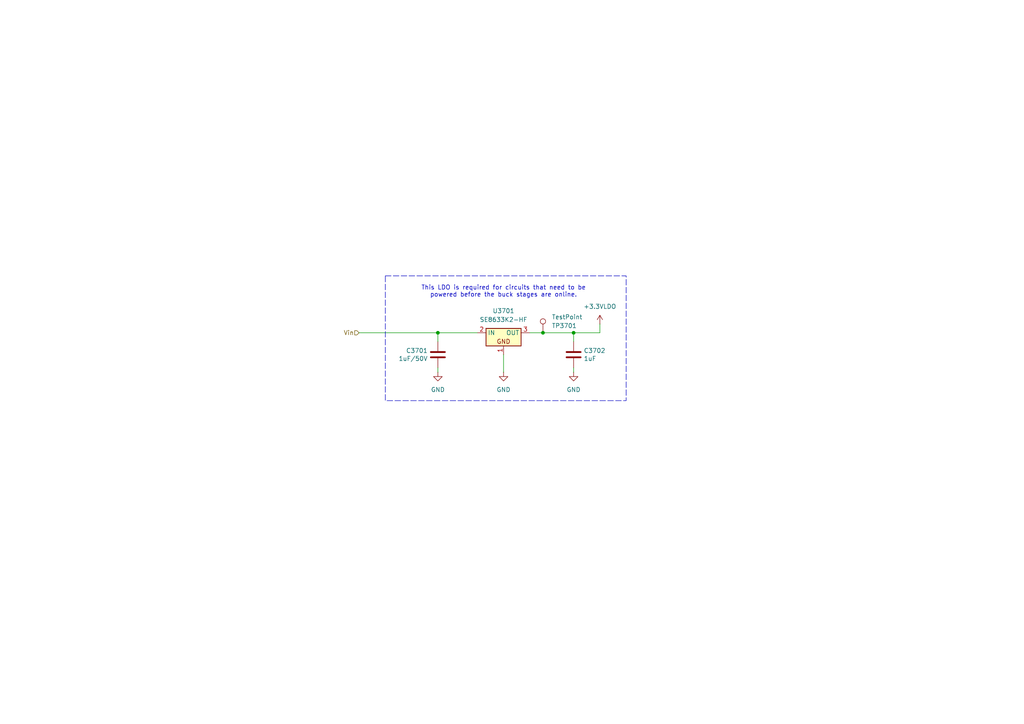
<source format=kicad_sch>
(kicad_sch (version 20250114) (generator "eeschema") (generator_version "9.0")
  (paper "A4")
  (title_block (title "HALPI2") (date "2025-01-26") (rev "v0.0.1") (company "Hat Labs Oy") (comment 1 "https://ohwr.org/cern_ohl_s_v2.pdf") (comment 2 "To view a copy of this license, visit ") (comment 3 "HALPI2 is licensed under CERN-OHL-S v2."))
  (lib_symbols
    (symbol "Connector:TestPoint" (pin_numbers (hide yes)) (pin_names (offset 0.762) (hide yes))
      (property "Reference" "TP" (at 0 6.858 0))
      (property "Value" "TestPoint" (at 0 5.08 0))
      (symbol "TestPoint_0_1"
        (circle (center 0 3.302) (radius 0.762))
      )
      (symbol "TestPoint_1_1"
        (pin passive line (at 0 0 90) (length 2.54) (name "1") (number "1"))
      )
    )
    (symbol "Device:C" (pin_numbers (hide yes)) (pin_names (offset 0.254))
      (property "Reference" "C" (at 0.635 2.54 0))
      (property "Value" "C" (at 0.635 -2.54 0))
      (symbol "C_0_1"
        (polyline (pts (xy -2.032 0.762) (xy 2.032 0.762)) (stroke (width 0.508)))
        (polyline (pts (xy -2.032 -0.762) (xy 2.032 -0.762)) (stroke (width 0.508)))
      )
      (symbol "C_1_1"
        (pin passive line (at 0 3.81 270) (length 2.794) (name "~") (number "1"))
        (pin passive line (at 0 -3.81 90) (length 2.794) (name "~") (number "2"))
      )
    )
    (symbol "PCM_Voltage_Regulator_AKL:Regulator_Generic_GND_IN_OUT_Pos"
      (property "Reference" "U" (at 0 6.35 0))
      (property "Value" "Regulator_Generic_GND_IN_OUT_Pos" (at 0 3.81 0))
      (symbol "Regulator_Generic_GND_IN_OUT_Pos_0_0"
        (rectangle (start -5.08 1.27) (end 5.08 -3.81) (stroke (width 0.254)) (fill (type background)))
        (text "GND" (at 0 -2.54 0) (effects (font (size 1.27 1.27))))
      )
      (symbol "Regulator_Generic_GND_IN_OUT_Pos_1_1"
        (pin power_in line (at -7.62 0 0) (length 2.54) (name "IN") (number "2"))
        (pin power_in line (at 0 -6.35 90) (length 2.54) (name "~") (number "1"))
        (pin power_out line (at 7.62 0 180) (length 2.54) (name "OUT") (number "3"))
      )
    )
    (symbol "power:+3V3" (power) (pin_numbers (hide yes)) (pin_names (offset 0) (hide yes))
      (property "Value" "+3V3" (at 0 3.556 0))
      (symbol "+3V3_0_1"
        (polyline (pts (xy -0.762 1.27) (xy 0 2.54)))
        (polyline (pts (xy 0 2.54) (xy 0.762 1.27)))
        (polyline (pts (xy 0 0) (xy 0 2.54)))
      )
      (symbol "+3V3_1_1"
        (pin power_in line (at 0 0 90) (length 0) (name "~") (number "1"))
      )
    )
    (symbol "power:GND" (power) (pin_numbers (hide yes)) (pin_names (offset 0) (hide yes))
      (property "Value" "GND" (at 0 -3.81 0))
      (symbol "GND_0_1"
        (polyline (pts (xy 0 0) (xy 0 -1.27) (xy 1.27 -1.27) (xy 0 -2.54) (xy -1.27 -1.27) (xy 0 -1.27)))
      )
      (symbol "GND_1_1"
        (pin power_in line (at 0 0 270) (length 0) (name "~") (number "1"))
      )
    )
  )
  (rectangle (start 111.76 80.01) (end 181.61 116.205) (stroke (width 0) (type dash)))
  (text "This LDO is required for circuits that need to be\npowered before the buck stages are online." (at 146.05 84.582 0) (effects (font (size 1.27 1.27))))
  (junction (at 127 96.52))
  (junction (at 157.48 96.52))
  (junction (at 166.37 96.52))
  (wire (pts (xy 127 99.06) (xy 127 96.52)))
  (wire (pts (xy 146.05 102.87) (xy 146.05 107.95)))
  (wire (pts (xy 127 106.68) (xy 127 107.95)))
  (wire (pts (xy 166.37 106.68) (xy 166.37 107.95)))
  (wire (pts (xy 157.48 96.52) (xy 166.37 96.52)))
  (wire (pts (xy 173.99 96.52) (xy 173.99 93.98)))
  (wire (pts (xy 153.67 96.52) (xy 157.48 96.52)))
  (wire (pts (xy 127 96.52) (xy 138.43 96.52)))
  (wire (pts (xy 104.14 96.52) (xy 127 96.52)))
  (wire (pts (xy 166.37 96.52) (xy 166.37 99.06)))
  (wire (pts (xy 166.37 96.52) (xy 173.99 96.52)))
  (hierarchical_label "Vin" (shape input) (at 104.14 96.52 180))
  (symbol (lib_id "Connector:TestPoint") (at 157.48 96.52 0) (mirror y) (unit 1)
    (property "Reference" "TP3701" (at 160.02 94.4881 0) (effects (justify right)))
    (property "Value" "TestPoint" (at 160.02 91.9481 0) (effects (justify right)))
    (property "Footprint" "TestPoint:TestPoint_Pad_D1.0mm" (effects (hide yes)))
    (property "Description" "test point" (effects (hide yes)))
  )
  (symbol (lib_id "power:GND") (at 166.37 107.95 0) (unit 1)
    (property "Reference" "#PWR03703" (effects (hide yes)))
    (property "Value" "GND" (at 166.37 113.03 0))
    (property "Description" "Power symbol creates a global label with name \"GND\" , ground" (effects (hide yes)))
  )
  (symbol (lib_id "Device:C") (at 166.37 102.87 0) (unit 1)
    (property "Reference" "C3702" (at 169.291 101.7016 0) (effects (justify left)))
    (property "Value" "1uF" (at 169.291 104.013 0) (effects (justify left)))
    (property "Footprint" "Capacitor_SMD:C_0603_1608Metric" (effects (hide yes)))
    (property "Description" "Unpolarized capacitor" (effects (hide yes)))
    (property "LCSC" "C15849" (effects (hide yes)))
  )
  (symbol (lib_id "PCM_Voltage_Regulator_AKL:Regulator_Generic_GND_IN_OUT_Pos") (at 146.05 96.52 0) (unit 1)
    (property "Reference" "U3701" (at 146.05 90.17 0))
    (property "Value" "SE8633K2-HF" (at 146.05 92.71 0))
    (property "Footprint" "Package_TO_SOT_SMD:SOT-89-3" (effects (hide yes)))
    (property "Datasheet" "https://www.lcsc.com/product-detail/Voltage-Regulators-Linear-Low-Drop-Out-LDO-Regulators_Seaward-Elec-SE8633K2-HF_C496614.html" (effects (hide yes)))
    (property "Description" "Generic 3-terminal voltage regulator, Alternate KiCad Library" (effects (hide yes)))
    (property "LCSC" "C496614" (effects (hide yes)))
  )
  (symbol (lib_id "Device:C") (at 127 102.87 0) (mirror y) (unit 1)
    (property "Reference" "C3701" (at 124.079 101.7016 0) (effects (justify left)))
    (property "Value" "1uF/50V" (at 124.079 104.013 0) (effects (justify left)))
    (property "Footprint" "Capacitor_SMD:C_1206_3216Metric" (effects (hide yes)))
    (property "Description" "Unpolarized capacitor" (effects (hide yes)))
    (property "LCSC" "C1848" (effects (hide yes)))
  )
  (symbol (lib_id "power:GND") (at 127 107.95 0) (unit 1)
    (property "Reference" "#PWR03701" (effects (hide yes)))
    (property "Value" "GND" (at 127 113.03 0))
    (property "Description" "Power symbol creates a global label with name \"GND\" , ground" (effects (hide yes)))
  )
  (symbol (lib_id "power:GND") (at 146.05 107.95 0) (unit 1)
    (property "Reference" "#PWR03702" (effects (hide yes)))
    (property "Value" "GND" (at 146.05 113.03 0))
    (property "Description" "Power symbol creates a global label with name \"GND\" , ground" (effects (hide yes)))
  )
  (symbol (lib_id "power:+3V3") (at 173.99 93.98 0) (unit 1)
    (property "Reference" "#PWR03704" (effects (hide yes)))
    (property "Value" "+3.3VLDO" (at 173.99 88.9 0))
    (property "Description" "Power symbol creates a global label with name \"+3V3\"" (effects (hide yes)))
  )
)
</source>
